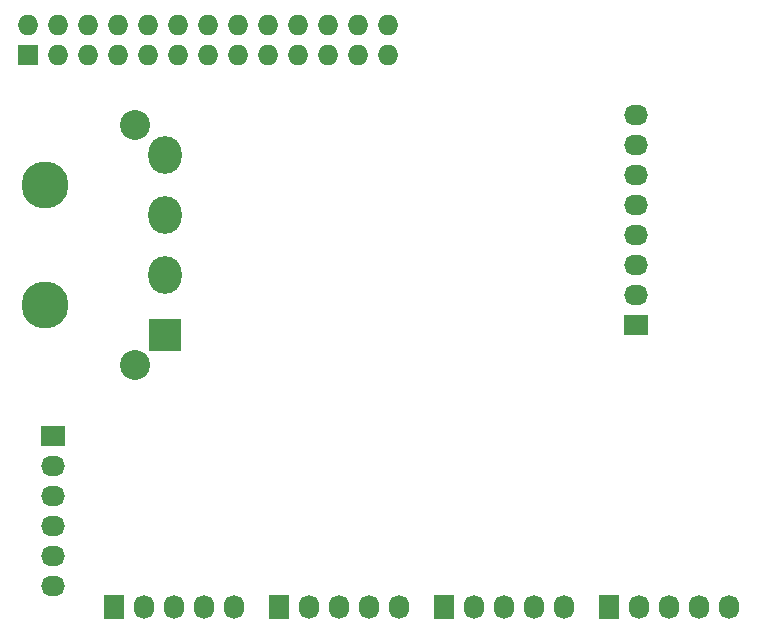
<source format=gbs>
G04 #@! TF.GenerationSoftware,KiCad,Pcbnew,no-vcs-found-7613~57~ubuntu16.04.1*
G04 #@! TF.CreationDate,2017-02-12T00:19:34-08:00*
G04 #@! TF.ProjectId,access-pi,6163636573732D70692E6B696361645F,rev?*
G04 #@! TF.FileFunction,Soldermask,Bot*
G04 #@! TF.FilePolarity,Negative*
%FSLAX46Y46*%
G04 Gerber Fmt 4.6, Leading zero omitted, Abs format (unit mm)*
G04 Created by KiCad (PCBNEW no-vcs-found-7613~57~ubuntu16.04.1) date Sun Feb 12 00:19:34 2017*
%MOMM*%
%LPD*%
G01*
G04 APERTURE LIST*
%ADD10C,0.150000*%
%ADD11R,2.800000X2.800000*%
%ADD12O,2.800000X3.200000*%
%ADD13C,2.540000*%
%ADD14C,3.990000*%
%ADD15R,1.727200X1.727200*%
%ADD16O,1.727200X1.727200*%
%ADD17R,1.727200X2.032000*%
%ADD18O,1.727200X2.032000*%
%ADD19R,2.032000X1.727200*%
%ADD20O,2.032000X1.727200*%
G04 APERTURE END LIST*
D10*
D11*
X113665000Y-128905000D03*
D12*
X113665000Y-123825000D03*
X113665000Y-118745000D03*
X113665000Y-113665000D03*
D13*
X111125000Y-131445000D03*
X111125000Y-111125000D03*
D14*
X103505000Y-126365000D03*
X103505000Y-116205000D03*
D15*
X102050000Y-105170000D03*
D16*
X102050000Y-102630000D03*
X104590000Y-105170000D03*
X104590000Y-102630000D03*
X107130000Y-105170000D03*
X107130000Y-102630000D03*
X109670000Y-105170000D03*
X109670000Y-102630000D03*
X112210000Y-105170000D03*
X112210000Y-102630000D03*
X114750000Y-105170000D03*
X114750000Y-102630000D03*
X117290000Y-105170000D03*
X117290000Y-102630000D03*
X119830000Y-105170000D03*
X119830000Y-102630000D03*
X122370000Y-105170000D03*
X122370000Y-102630000D03*
X124910000Y-105170000D03*
X124910000Y-102630000D03*
X127450000Y-105170000D03*
X127450000Y-102630000D03*
X129990000Y-105170000D03*
X129990000Y-102630000D03*
X132530000Y-105170000D03*
X132530000Y-102630000D03*
D17*
X109347000Y-151892000D03*
D18*
X111887000Y-151892000D03*
X114427000Y-151892000D03*
X116967000Y-151892000D03*
X119507000Y-151892000D03*
D17*
X123317000Y-151892000D03*
D18*
X125857000Y-151892000D03*
X128397000Y-151892000D03*
X130937000Y-151892000D03*
X133477000Y-151892000D03*
D17*
X137287000Y-151892000D03*
D18*
X139827000Y-151892000D03*
X142367000Y-151892000D03*
X144907000Y-151892000D03*
X147447000Y-151892000D03*
D17*
X151257000Y-151892000D03*
D18*
X153797000Y-151892000D03*
X156337000Y-151892000D03*
X158877000Y-151892000D03*
X161417000Y-151892000D03*
D19*
X104140000Y-137414000D03*
D20*
X104140000Y-139954000D03*
X104140000Y-142494000D03*
X104140000Y-145034000D03*
X104140000Y-147574000D03*
X104140000Y-150114000D03*
D19*
X153479500Y-128016000D03*
D20*
X153479500Y-125476000D03*
X153479500Y-122936000D03*
X153479500Y-120396000D03*
X153479500Y-117856000D03*
X153479500Y-115316000D03*
X153479500Y-112776000D03*
X153479500Y-110236000D03*
M02*

</source>
